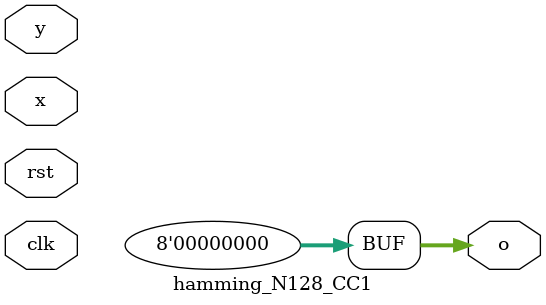
<source format=v>

module hamming_N128_CC1 ( clk, rst, x, y, o );
  input [127:0] x;
  input [127:0] y;
  output [7:0] o;
  input clk, rst;

  assign o[0] = 1'b0;
  assign o[1] = 1'b0;
  assign o[2] = 1'b0;
  assign o[3] = 1'b0;
  assign o[4] = 1'b0;
  assign o[5] = 1'b0;
  assign o[6] = 1'b0;
  assign o[7] = 1'b0;

endmodule


</source>
